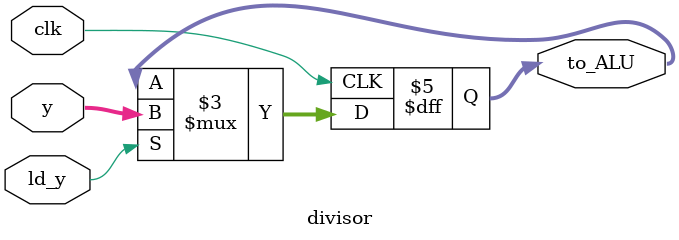
<source format=v>
module divisor(
    //input clk
    input clk,
    // y로부터오는 값.
    input [3:0]y,
    // ld_y신호가 오면 그때 y값을 받는다.
    input ld_y,
    //ld신호가 div contoler로부터 오면, to_ALU에 y값을 ld한다.
    //to_ALU는 subtractor와 이어질 예정이다.
    output reg [3:0] to_ALU
);

always@(posedge clk)begin
    if(ld_y)begin
        to_ALU <= y;
    end
    else begin
        to_ALU <= to_ALU;
    end
end


endmodule
</source>
